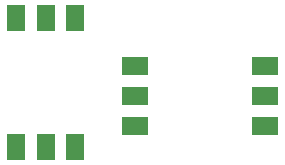
<source format=gbp>
G04*
G04 #@! TF.GenerationSoftware,Altium Limited,Altium Designer,21.0.9 (235)*
G04*
G04 Layer_Color=128*
%FSLAX25Y25*%
%MOIN*%
G70*
G04*
G04 #@! TF.SameCoordinates,B8C923A0-899F-4986-8B49-ABE338B4BB89*
G04*
G04*
G04 #@! TF.FilePolarity,Positive*
G04*
G01*
G75*
%ADD77R,0.06299X0.09055*%
%ADD78R,0.09055X0.06299*%
D77*
X221843Y342347D02*
D03*
X212000D02*
D03*
X202157D02*
D03*
Y385653D02*
D03*
X212000D02*
D03*
X221843D02*
D03*
D78*
X285154Y349658D02*
D03*
Y359500D02*
D03*
Y369342D02*
D03*
X241846D02*
D03*
Y359500D02*
D03*
Y349658D02*
D03*
M02*

</source>
